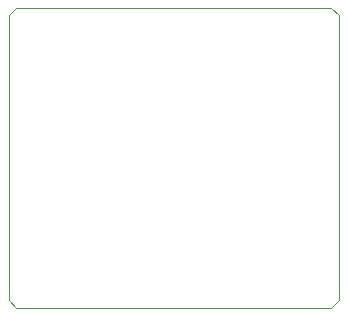
<source format=gbr>
%TF.GenerationSoftware,KiCad,Pcbnew,(6.0.9)*%
%TF.CreationDate,2023-06-10T14:31:44-07:00*%
%TF.ProjectId,V01,5630312e-6b69-4636-9164-5f7063625858,rev?*%
%TF.SameCoordinates,Original*%
%TF.FileFunction,Profile,NP*%
%FSLAX46Y46*%
G04 Gerber Fmt 4.6, Leading zero omitted, Abs format (unit mm)*
G04 Created by KiCad (PCBNEW (6.0.9)) date 2023-06-10 14:31:44*
%MOMM*%
%LPD*%
G01*
G04 APERTURE LIST*
%TA.AperFunction,Profile*%
%ADD10C,0.100000*%
%TD*%
G04 APERTURE END LIST*
D10*
X161290000Y-76200000D02*
X134620000Y-76200000D01*
X133985000Y-76835000D02*
X133985000Y-100965000D01*
X161925000Y-100965000D02*
X161925000Y-76835000D01*
X161290000Y-101600000D02*
X161925000Y-100965000D01*
X133985000Y-100965000D02*
X134620000Y-101600000D01*
X134620000Y-101600000D02*
X161290000Y-101600000D01*
X161925000Y-76835000D02*
X161290000Y-76200000D01*
X133985000Y-76835000D02*
X134620000Y-76200000D01*
M02*

</source>
